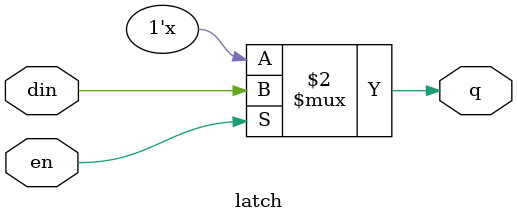
<source format=v>
module latch(
   input en,
   input din,
   output reg q
);

always@(*)
   if(en)
      q <= din;

endmodule

</source>
